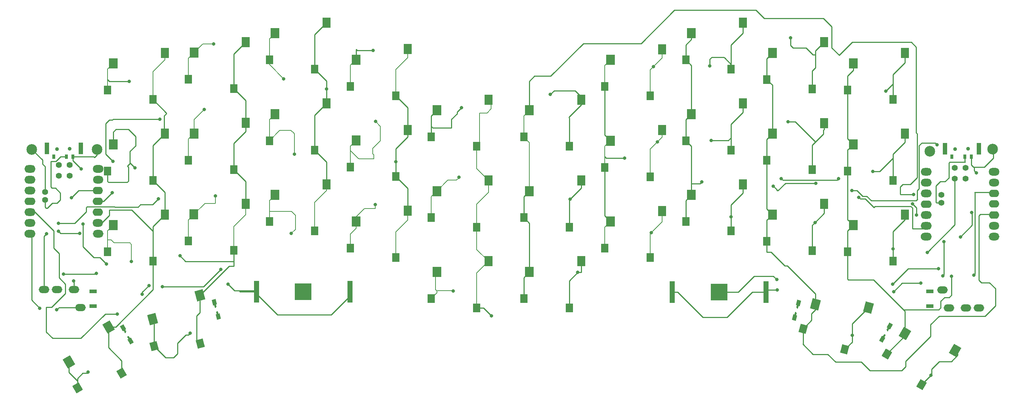
<source format=gbl>
G04 #@! TF.GenerationSoftware,KiCad,Pcbnew,(6.0.9)*
G04 #@! TF.CreationDate,2023-01-06T00:22:53-03:00*
G04 #@! TF.ProjectId,pulso - hybrid -rev2,70756c73-6f20-42d2-9068-796272696420,0.3*
G04 #@! TF.SameCoordinates,Original*
G04 #@! TF.FileFunction,Copper,L2,Bot*
G04 #@! TF.FilePolarity,Positive*
%FSLAX46Y46*%
G04 Gerber Fmt 4.6, Leading zero omitted, Abs format (unit mm)*
G04 Created by KiCad (PCBNEW (6.0.9)) date 2023-01-06 00:22:53*
%MOMM*%
%LPD*%
G01*
G04 APERTURE LIST*
G04 Aperture macros list*
%AMRotRect*
0 Rectangle, with rotation*
0 The origin of the aperture is its center*
0 $1 length*
0 $2 width*
0 $3 Rotation angle, in degrees counterclockwise*
0 Add horizontal line*
21,1,$1,$2,0,0,$3*%
%AMFreePoly0*
4,1,13,0.650001,0.228600,1.094000,0.228600,1.129355,0.213955,1.144000,0.178600,1.144000,-0.177000,1.129355,-0.212355,1.094000,-0.227000,0.650001,-0.227000,0.650000,-0.475000,-0.650000,-0.475000,-0.650000,0.475000,0.650000,0.475000,0.650001,0.228600,0.650001,0.228600,$1*%
%AMFreePoly1*
4,1,13,0.650000,-0.475000,-0.650000,-0.475000,-0.650000,-0.229000,-1.094000,-0.229000,-1.129356,-0.214355,-1.144000,-0.179000,-1.144000,0.176600,-1.129355,0.211955,-1.094000,0.226600,-0.650000,0.226599,-0.650000,0.475000,0.650000,0.475000,0.650000,-0.475000,0.650000,-0.475000,$1*%
G04 Aperture macros list end*
G04 #@! TA.AperFunction,SMDPad,CuDef*
%ADD10R,1.990000X2.470000*%
G04 #@! TD*
G04 #@! TA.AperFunction,SMDPad,CuDef*
%ADD11R,1.730000X2.000000*%
G04 #@! TD*
G04 #@! TA.AperFunction,SMDPad,CuDef*
%ADD12R,1.690000X2.020000*%
G04 #@! TD*
G04 #@! TA.AperFunction,SMDPad,CuDef*
%ADD13R,1.970000X2.460000*%
G04 #@! TD*
G04 #@! TA.AperFunction,ComponentPad*
%ADD14C,2.500000*%
G04 #@! TD*
G04 #@! TA.AperFunction,ComponentPad*
%ADD15O,2.590000X1.790000*%
G04 #@! TD*
G04 #@! TA.AperFunction,ComponentPad*
%ADD16O,2.580000X1.820000*%
G04 #@! TD*
G04 #@! TA.AperFunction,ComponentPad*
%ADD17O,2.580000X1.810000*%
G04 #@! TD*
G04 #@! TA.AperFunction,ComponentPad*
%ADD18O,2.580000X1.750000*%
G04 #@! TD*
G04 #@! TA.AperFunction,ComponentPad*
%ADD19O,2.590000X1.780000*%
G04 #@! TD*
G04 #@! TA.AperFunction,ComponentPad*
%ADD20O,2.580000X1.800000*%
G04 #@! TD*
G04 #@! TA.AperFunction,ComponentPad*
%ADD21O,2.580000X1.830000*%
G04 #@! TD*
G04 #@! TA.AperFunction,ComponentPad*
%ADD22O,2.490000X1.800000*%
G04 #@! TD*
G04 #@! TA.AperFunction,ComponentPad*
%ADD23O,2.470000X1.810000*%
G04 #@! TD*
G04 #@! TA.AperFunction,ComponentPad*
%ADD24O,2.450000X1.770000*%
G04 #@! TD*
G04 #@! TA.AperFunction,ComponentPad*
%ADD25O,2.450000X1.730000*%
G04 #@! TD*
G04 #@! TA.AperFunction,ComponentPad*
%ADD26O,2.430000X1.750000*%
G04 #@! TD*
G04 #@! TA.AperFunction,ComponentPad*
%ADD27O,2.480000X1.800000*%
G04 #@! TD*
G04 #@! TA.AperFunction,ComponentPad*
%ADD28O,2.490000X1.850000*%
G04 #@! TD*
G04 #@! TA.AperFunction,ComponentPad*
%ADD29C,1.397000*%
G04 #@! TD*
G04 #@! TA.AperFunction,SMDPad,CuDef*
%ADD30RotRect,1.990000X2.470000X150.000000*%
G04 #@! TD*
G04 #@! TA.AperFunction,SMDPad,CuDef*
%ADD31RotRect,1.730000X2.000000X150.000000*%
G04 #@! TD*
G04 #@! TA.AperFunction,SMDPad,CuDef*
%ADD32RotRect,1.970000X2.460000X150.000000*%
G04 #@! TD*
G04 #@! TA.AperFunction,SMDPad,CuDef*
%ADD33RotRect,1.690000X2.020000X150.000000*%
G04 #@! TD*
G04 #@! TA.AperFunction,SMDPad,CuDef*
%ADD34RotRect,1.990000X2.470000X165.000000*%
G04 #@! TD*
G04 #@! TA.AperFunction,SMDPad,CuDef*
%ADD35RotRect,1.730000X2.000000X165.000000*%
G04 #@! TD*
G04 #@! TA.AperFunction,SMDPad,CuDef*
%ADD36RotRect,1.970000X2.460000X165.000000*%
G04 #@! TD*
G04 #@! TA.AperFunction,SMDPad,CuDef*
%ADD37RotRect,1.690000X2.020000X165.000000*%
G04 #@! TD*
G04 #@! TA.AperFunction,ComponentPad*
%ADD38O,2.500000X1.700000*%
G04 #@! TD*
G04 #@! TA.AperFunction,SMDPad,CuDef*
%ADD39FreePoly0,240.000000*%
G04 #@! TD*
G04 #@! TA.AperFunction,ComponentPad*
%ADD40C,0.457200*%
G04 #@! TD*
G04 #@! TA.AperFunction,SMDPad,CuDef*
%ADD41FreePoly1,240.000000*%
G04 #@! TD*
G04 #@! TA.AperFunction,SMDPad,CuDef*
%ADD42FreePoly0,285.000000*%
G04 #@! TD*
G04 #@! TA.AperFunction,SMDPad,CuDef*
%ADD43FreePoly1,285.000000*%
G04 #@! TD*
G04 #@! TA.AperFunction,SMDPad,CuDef*
%ADD44FreePoly0,255.000000*%
G04 #@! TD*
G04 #@! TA.AperFunction,SMDPad,CuDef*
%ADD45FreePoly1,255.000000*%
G04 #@! TD*
G04 #@! TA.AperFunction,SMDPad,CuDef*
%ADD46FreePoly0,300.000000*%
G04 #@! TD*
G04 #@! TA.AperFunction,SMDPad,CuDef*
%ADD47FreePoly1,300.000000*%
G04 #@! TD*
G04 #@! TA.AperFunction,SMDPad,CuDef*
%ADD48R,1.700000X0.900000*%
G04 #@! TD*
G04 #@! TA.AperFunction,WasherPad*
%ADD49C,0.900000*%
G04 #@! TD*
G04 #@! TA.AperFunction,SMDPad,CuDef*
%ADD50R,0.700000X1.000000*%
G04 #@! TD*
G04 #@! TA.AperFunction,SMDPad,CuDef*
%ADD51R,1.000000X2.800000*%
G04 #@! TD*
G04 #@! TA.AperFunction,SMDPad,CuDef*
%ADD52R,1.270000X5.080000*%
G04 #@! TD*
G04 #@! TA.AperFunction,SMDPad,CuDef*
%ADD53R,3.960000X3.960000*%
G04 #@! TD*
G04 #@! TA.AperFunction,SMDPad,CuDef*
%ADD54RotRect,1.990000X2.470000X15.000000*%
G04 #@! TD*
G04 #@! TA.AperFunction,SMDPad,CuDef*
%ADD55RotRect,1.730000X2.000000X15.000000*%
G04 #@! TD*
G04 #@! TA.AperFunction,SMDPad,CuDef*
%ADD56RotRect,1.970000X2.460000X15.000000*%
G04 #@! TD*
G04 #@! TA.AperFunction,SMDPad,CuDef*
%ADD57RotRect,1.690000X2.020000X15.000000*%
G04 #@! TD*
G04 #@! TA.AperFunction,SMDPad,CuDef*
%ADD58RotRect,1.990000X2.470000X30.000000*%
G04 #@! TD*
G04 #@! TA.AperFunction,SMDPad,CuDef*
%ADD59RotRect,1.730000X2.000000X30.000000*%
G04 #@! TD*
G04 #@! TA.AperFunction,SMDPad,CuDef*
%ADD60RotRect,1.970000X2.460000X30.000000*%
G04 #@! TD*
G04 #@! TA.AperFunction,SMDPad,CuDef*
%ADD61RotRect,1.690000X2.020000X30.000000*%
G04 #@! TD*
G04 #@! TA.AperFunction,ViaPad*
%ADD62C,0.800000*%
G04 #@! TD*
G04 #@! TA.AperFunction,Conductor*
%ADD63C,0.250000*%
G04 #@! TD*
G04 #@! TA.AperFunction,Conductor*
%ADD64C,0.200000*%
G04 #@! TD*
G04 APERTURE END LIST*
D10*
X154980000Y-70170000D03*
D11*
X153660000Y-76425000D03*
D12*
X164320000Y-78635000D03*
D13*
X167110000Y-67675000D03*
D10*
X212005000Y-75695000D03*
D11*
X210685000Y-81950000D03*
D13*
X224135000Y-73200000D03*
D12*
X221345000Y-84160000D03*
D11*
X153660000Y-114425000D03*
D10*
X154980000Y-108170000D03*
D12*
X164320000Y-116635000D03*
D13*
X167110000Y-105675000D03*
D11*
X55975000Y-84433000D03*
D10*
X57295000Y-78178000D03*
D12*
X66635000Y-86643000D03*
D13*
X69425000Y-75683000D03*
D14*
X53500000Y-79400000D03*
D10*
X212005000Y-56695000D03*
D11*
X210685000Y-62950000D03*
D12*
X221345000Y-65160000D03*
D13*
X224135000Y-54200000D03*
D15*
X248060000Y-84625000D03*
D16*
X248065000Y-87180000D03*
D17*
X248065000Y-89715000D03*
D18*
X248065000Y-92225000D03*
D19*
X248060000Y-94780000D03*
D20*
X248065000Y-97330000D03*
D21*
X248065000Y-99885000D03*
D22*
X264040000Y-99870000D03*
D23*
X264030000Y-97335000D03*
D24*
X264020000Y-94775000D03*
D25*
X264020000Y-92215000D03*
D26*
X264010000Y-89685000D03*
D27*
X264035000Y-87170000D03*
D28*
X264040000Y-84655000D03*
D29*
X254805000Y-83678000D03*
X257345000Y-83678000D03*
X254805000Y-86218000D03*
X257345000Y-86218000D03*
X251630000Y-91933000D03*
X251630000Y-90028000D03*
D10*
X230960000Y-97178000D03*
D11*
X229640000Y-103433000D03*
D12*
X240300000Y-105643000D03*
D13*
X243090000Y-94683000D03*
D10*
X95275000Y-52070000D03*
D11*
X93955000Y-58325000D03*
D12*
X104615000Y-60535000D03*
D13*
X107405000Y-49575000D03*
D11*
X74955000Y-62893000D03*
D10*
X76275000Y-56638000D03*
D13*
X88405000Y-54143000D03*
D12*
X85615000Y-65103000D03*
D11*
X93955000Y-96325000D03*
D10*
X95275000Y-90070000D03*
D13*
X107405000Y-87575000D03*
D12*
X104615000Y-98535000D03*
D11*
X172662500Y-64587500D03*
D10*
X173982500Y-58332500D03*
D13*
X186112500Y-55837500D03*
D12*
X183322500Y-66797500D03*
D30*
X243097761Y-122693805D03*
D31*
X238827108Y-127450794D03*
D32*
X254850149Y-126598072D03*
D33*
X246953938Y-134694710D03*
D34*
X222132634Y-115812960D03*
D35*
X219238699Y-121513184D03*
D36*
X234495068Y-116542450D03*
D37*
X228963478Y-126406892D03*
D11*
X191660000Y-77325000D03*
D10*
X192980000Y-71070000D03*
D13*
X205110000Y-68575000D03*
D12*
X202320000Y-79535000D03*
D11*
X55975000Y-103433000D03*
D10*
X57295000Y-97178000D03*
D12*
X66635000Y-105643000D03*
D13*
X69425000Y-94683000D03*
D10*
X133275000Y-70170000D03*
D11*
X131955000Y-76425000D03*
D12*
X142615000Y-78635000D03*
D13*
X145405000Y-67675000D03*
D38*
X49600000Y-116525000D03*
X41100000Y-112325000D03*
X44100000Y-112325000D03*
X48100000Y-112325000D03*
D11*
X172662500Y-83587500D03*
D10*
X173982500Y-77332500D03*
D12*
X183322500Y-85797500D03*
D13*
X186112500Y-74837500D03*
D39*
X239562172Y-120913134D03*
D40*
X239011972Y-121866108D03*
D41*
X237787172Y-123987524D03*
D40*
X238337026Y-123034350D03*
D11*
X112955000Y-102550000D03*
D10*
X114275000Y-96295000D03*
D13*
X126405000Y-93800000D03*
D12*
X123615000Y-104760000D03*
D38*
X251925000Y-112450000D03*
X260425000Y-116650000D03*
X257425000Y-116650000D03*
X253425000Y-116650000D03*
D42*
X81040596Y-115285482D03*
D40*
X81325401Y-116348386D03*
X81674213Y-117651717D03*
D43*
X81959404Y-118714518D03*
D14*
X38225000Y-79350000D03*
D11*
X131955000Y-114425000D03*
D10*
X133275000Y-108170000D03*
D13*
X145405000Y-105675000D03*
D12*
X142615000Y-116635000D03*
D40*
X217818697Y-116554289D03*
D44*
X218103502Y-115491385D03*
D45*
X217184694Y-118920421D03*
D40*
X217469112Y-117857413D03*
D10*
X133275000Y-89170000D03*
D11*
X131955000Y-95425000D03*
D12*
X142615000Y-97635000D03*
D13*
X145405000Y-86675000D03*
D10*
X212005000Y-94695000D03*
D11*
X210685000Y-100950000D03*
D13*
X224135000Y-92200000D03*
D12*
X221345000Y-103160000D03*
D11*
X93955000Y-77325000D03*
D10*
X95275000Y-71070000D03*
D12*
X104615000Y-79535000D03*
D13*
X107405000Y-68575000D03*
D11*
X191660000Y-96325000D03*
D10*
X192980000Y-90070000D03*
D13*
X205110000Y-87575000D03*
D12*
X202320000Y-98535000D03*
D10*
X114275000Y-77295000D03*
D11*
X112955000Y-83550000D03*
D12*
X123615000Y-85760000D03*
D13*
X126405000Y-74800000D03*
D10*
X230960000Y-59178000D03*
D11*
X229640000Y-65433000D03*
D13*
X243090000Y-56683000D03*
D12*
X240300000Y-67643000D03*
D40*
X60162700Y-122290779D03*
D46*
X59612500Y-121337805D03*
D40*
X60836954Y-123459421D03*
D47*
X61387500Y-124412195D03*
D10*
X57295000Y-59178000D03*
D11*
X55975000Y-65433000D03*
D13*
X69425000Y-56683000D03*
D12*
X66635000Y-67643000D03*
D14*
X263700000Y-79325000D03*
D11*
X74955000Y-81893000D03*
D10*
X76275000Y-75638000D03*
D12*
X85615000Y-84103000D03*
D13*
X88405000Y-73143000D03*
D10*
X76230000Y-94645000D03*
D11*
X74910000Y-100900000D03*
D13*
X88360000Y-92150000D03*
D12*
X85570000Y-103110000D03*
D11*
X229640000Y-84433000D03*
D10*
X230960000Y-78178000D03*
D12*
X240300000Y-86643000D03*
D13*
X243090000Y-75683000D03*
D14*
X248925000Y-79800000D03*
D11*
X153660000Y-95425000D03*
D10*
X154980000Y-89170000D03*
D13*
X167110000Y-86675000D03*
D12*
X164320000Y-97635000D03*
D10*
X192980000Y-52070000D03*
D11*
X191660000Y-58325000D03*
D13*
X205110000Y-49575000D03*
D12*
X202320000Y-60535000D03*
D10*
X173982500Y-96332500D03*
D11*
X172662500Y-102587500D03*
D13*
X186112500Y-93837500D03*
D12*
X183322500Y-104797500D03*
D11*
X112955000Y-64550000D03*
D10*
X114275000Y-58295000D03*
D12*
X123615000Y-66760000D03*
D13*
X126405000Y-55800000D03*
D15*
X37760000Y-83949907D03*
D16*
X37765000Y-86504907D03*
D17*
X37765000Y-89039907D03*
D18*
X37765000Y-91549907D03*
D19*
X37760000Y-94104907D03*
D20*
X37765000Y-96654907D03*
D21*
X37765000Y-99209907D03*
D22*
X53740000Y-99194907D03*
D23*
X53730000Y-96659907D03*
D24*
X53720000Y-94099907D03*
D25*
X53720000Y-91539907D03*
D26*
X53710000Y-89009907D03*
D27*
X53735000Y-86494907D03*
D28*
X53740000Y-83979907D03*
D29*
X44505000Y-83002907D03*
X47045000Y-83002907D03*
X44505000Y-85542907D03*
X47045000Y-85542907D03*
X41330000Y-91257907D03*
X41330000Y-89352907D03*
D48*
X248914000Y-112783000D03*
X248914000Y-116183000D03*
D49*
X254875000Y-79280000D03*
X257875000Y-79230000D03*
D50*
X254125000Y-81080000D03*
X257125000Y-81080000D03*
X258625000Y-81080000D03*
D51*
X252525000Y-79180000D03*
X260475000Y-79180000D03*
D52*
X210485000Y-112950000D03*
X188515000Y-112950000D03*
D53*
X199500000Y-112950000D03*
D49*
X44100000Y-79275000D03*
X47100000Y-79225000D03*
D50*
X43350000Y-81075000D03*
X46350000Y-81075000D03*
X47850000Y-81075000D03*
D51*
X49700000Y-79175000D03*
X41750000Y-79175000D03*
D54*
X66555893Y-119257841D03*
D55*
X66899784Y-125641348D03*
D56*
X77626820Y-113708381D03*
D57*
X77768543Y-125017033D03*
D58*
X46937761Y-129338805D03*
D59*
X48922108Y-135415794D03*
D60*
X56195149Y-121113072D03*
D61*
X59258938Y-131999710D03*
D52*
X90915000Y-112800000D03*
X112885000Y-112800000D03*
D53*
X101900000Y-112800000D03*
D48*
X52629000Y-112783000D03*
X52629000Y-116183000D03*
D62*
X159900000Y-66450000D03*
X184050000Y-59950000D03*
X197300000Y-59775000D03*
X216250000Y-53125000D03*
X238575000Y-65675000D03*
X164487500Y-91112500D03*
X185037500Y-77587500D03*
X197625000Y-77275000D03*
X215625000Y-72875000D03*
X235575000Y-84550000D03*
X166275000Y-108300000D03*
X183575000Y-98975000D03*
X202320000Y-95220000D03*
X221975000Y-96575000D03*
X240300000Y-102775000D03*
X230700000Y-123050000D03*
X249149324Y-132499324D03*
X139000000Y-69600000D03*
X118250000Y-56100000D03*
X97325000Y-62800000D03*
X80875000Y-54575000D03*
X61025000Y-63425000D03*
X138400000Y-85900000D03*
X118850000Y-72800000D03*
X99850000Y-80475000D03*
X78650000Y-70025000D03*
X62400000Y-83675000D03*
X65675000Y-111375000D03*
X64125000Y-113400000D03*
X137125000Y-112650000D03*
X118825000Y-92325000D03*
X99100000Y-99150000D03*
X81250000Y-90300000D03*
X61525000Y-105700000D03*
X75350000Y-122575000D03*
X51425000Y-131700000D03*
X259850000Y-84900000D03*
X213125000Y-112425000D03*
X240425000Y-112800000D03*
X258750000Y-94175000D03*
X246800000Y-110825000D03*
X256125000Y-99925000D03*
X55700000Y-106325000D03*
X49825000Y-84000000D03*
X50200000Y-96900000D03*
X84225000Y-111050000D03*
X248325000Y-103600000D03*
X240225000Y-111050000D03*
X250925000Y-107450000D03*
X213000000Y-109975000D03*
X245125000Y-89975000D03*
X245800000Y-94825000D03*
X244842563Y-92151904D03*
X214075000Y-86250000D03*
X232250000Y-90625000D03*
X227550000Y-86225000D03*
X177300000Y-81425000D03*
X212225000Y-88000000D03*
X222150000Y-87349500D03*
X230600000Y-89025000D03*
X195450000Y-87050000D03*
X250650000Y-78300000D03*
X254025000Y-109150000D03*
X146075000Y-118525000D03*
X58250000Y-118100000D03*
X82550000Y-107600000D03*
X68825000Y-111650000D03*
X67925000Y-91000000D03*
X123615000Y-82240000D03*
X44500000Y-96750000D03*
X57100000Y-89550000D03*
X57225000Y-82200000D03*
X68275000Y-72250000D03*
X107405000Y-65180000D03*
X73000000Y-104400000D03*
X259250000Y-108950000D03*
X252000000Y-109100000D03*
X252225000Y-101100000D03*
X44500000Y-98650000D03*
X49475000Y-99125000D03*
X41700000Y-99225000D03*
X44075000Y-117075000D03*
X40075000Y-116700000D03*
X47525000Y-90700000D03*
X48025000Y-110250000D03*
X53325000Y-108525000D03*
X45650000Y-108725000D03*
D63*
X164250000Y-71750000D02*
X167110000Y-68890000D01*
X167110000Y-68890000D02*
X167110000Y-67675000D01*
X167110000Y-67675000D02*
X167110000Y-67010000D01*
X164320000Y-71995000D02*
X164250000Y-71925000D01*
X165700000Y-65600000D02*
X160750000Y-65600000D01*
X164320000Y-78635000D02*
X164320000Y-71995000D01*
X167110000Y-67010000D02*
X165700000Y-65600000D01*
X164250000Y-71925000D02*
X164250000Y-71750000D01*
X160750000Y-65600000D02*
X159900000Y-66450000D01*
D64*
X183322500Y-66797500D02*
X183322500Y-60677500D01*
X184050000Y-59950000D02*
X186112500Y-57887500D01*
X186112500Y-57887500D02*
X186112500Y-55837500D01*
X183322500Y-60677500D02*
X184050000Y-59950000D01*
D63*
X202320000Y-54855000D02*
X202320000Y-60535000D01*
X205110000Y-52065000D02*
X202320000Y-54855000D01*
X202320000Y-60535000D02*
X202320000Y-59395000D01*
X197300000Y-58175000D02*
X197300000Y-59775000D01*
X200600000Y-57675000D02*
X197800000Y-57675000D01*
X205110000Y-49575000D02*
X205110000Y-52065000D01*
X197800000Y-57675000D02*
X197300000Y-58175000D01*
X202320000Y-59395000D02*
X200850000Y-57925000D01*
X200850000Y-57925000D02*
X200600000Y-57675000D01*
X222125000Y-56210000D02*
X224135000Y-54200000D01*
X216250000Y-54900000D02*
X216250000Y-53125000D01*
X216850000Y-55500000D02*
X216250000Y-54900000D01*
X221345000Y-60930000D02*
X222125000Y-60150000D01*
X221518348Y-57150000D02*
X219868348Y-55500000D01*
X219868348Y-55500000D02*
X216850000Y-55500000D01*
X222125000Y-57150000D02*
X222125000Y-56210000D01*
X222125000Y-60150000D02*
X222125000Y-57150000D01*
X221345000Y-65160000D02*
X221345000Y-60930000D01*
X222125000Y-57150000D02*
X221518348Y-57150000D01*
X240300000Y-63950000D02*
X240300000Y-61875000D01*
X243090000Y-58985000D02*
X243090000Y-56683000D01*
X238575000Y-65675000D02*
X240300000Y-63950000D01*
X240300000Y-61875000D02*
X240300000Y-61775000D01*
X240300000Y-61775000D02*
X243090000Y-58985000D01*
X240300000Y-67643000D02*
X240300000Y-61875000D01*
X164320000Y-91280000D02*
X164487500Y-91112500D01*
X164487500Y-91112500D02*
X167110000Y-88490000D01*
X164320000Y-97635000D02*
X164320000Y-91280000D01*
X167110000Y-88490000D02*
X167110000Y-86675000D01*
D64*
X185037500Y-77587500D02*
X186112500Y-76512500D01*
X183322500Y-79302500D02*
X185037500Y-77587500D01*
X186112500Y-76512500D02*
X186112500Y-74837500D01*
X183322500Y-85797500D02*
X183322500Y-79302500D01*
D63*
X205110000Y-68575000D02*
X205110000Y-70690000D01*
X202320000Y-76620000D02*
X202320000Y-79535000D01*
X202320000Y-73480000D02*
X202320000Y-76620000D01*
X201665000Y-77275000D02*
X202320000Y-76620000D01*
X197625000Y-77275000D02*
X201665000Y-77275000D01*
X205110000Y-70690000D02*
X202320000Y-73480000D01*
X217375000Y-72875000D02*
X222100000Y-77600000D01*
X221345000Y-78355000D02*
X222100000Y-77600000D01*
X223975000Y-74850000D02*
X224135000Y-74690000D01*
X215625000Y-72875000D02*
X217375000Y-72875000D01*
X222100000Y-77600000D02*
X223975000Y-75725000D01*
X223975000Y-75725000D02*
X223975000Y-74850000D01*
X221345000Y-84160000D02*
X221345000Y-78355000D01*
X224135000Y-74690000D02*
X224135000Y-73200000D01*
X240300000Y-86643000D02*
X240300000Y-80775000D01*
X243090000Y-77735000D02*
X243090000Y-75683000D01*
X237146759Y-84550000D02*
X240300000Y-81396759D01*
X240300000Y-81396759D02*
X240300000Y-80775000D01*
X240300000Y-80775000D02*
X240300000Y-80525000D01*
X240300000Y-80525000D02*
X243090000Y-77735000D01*
X235575000Y-84550000D02*
X237146759Y-84550000D01*
X167075000Y-108300000D02*
X167110000Y-108265000D01*
X166275000Y-108300000D02*
X167075000Y-108300000D01*
X164320000Y-116635000D02*
X164320000Y-110255000D01*
X167110000Y-108265000D02*
X167110000Y-105675000D01*
X164320000Y-110255000D02*
X166275000Y-108300000D01*
D64*
X186112500Y-96437500D02*
X186112500Y-93837500D01*
X183322500Y-104797500D02*
X183322500Y-99227500D01*
X183322500Y-99227500D02*
X183575000Y-98975000D01*
X183575000Y-98975000D02*
X186112500Y-96437500D01*
D63*
X202320000Y-92455000D02*
X205110000Y-89665000D01*
X202320000Y-98535000D02*
X202320000Y-95220000D01*
X205110000Y-89665000D02*
X205110000Y-87575000D01*
X202320000Y-95220000D02*
X202320000Y-92455000D01*
X221345000Y-97205000D02*
X221975000Y-96575000D01*
X221345000Y-103160000D02*
X221345000Y-97205000D01*
X221975000Y-96575000D02*
X224135000Y-94415000D01*
X224135000Y-94415000D02*
X224135000Y-92200000D01*
X243090000Y-94683000D02*
X243090000Y-95910000D01*
X243090000Y-95910000D02*
X240300000Y-98700000D01*
X240300000Y-98700000D02*
X240300000Y-102775000D01*
X240300000Y-102775000D02*
X240300000Y-105643000D01*
X230700000Y-123050000D02*
X230700000Y-120337518D01*
X228963478Y-126406892D02*
X230700000Y-124670370D01*
X230700000Y-124670370D02*
X230700000Y-123050000D01*
X230700000Y-120337518D02*
X234495068Y-116542450D01*
X249350000Y-132298648D02*
X249350000Y-131050000D01*
X249149324Y-132499324D02*
X249350000Y-132298648D01*
X255475000Y-127750000D02*
X255475000Y-127475000D01*
X249350000Y-131050000D02*
X251150000Y-129250000D01*
X253975000Y-129250000D02*
X255475000Y-127750000D01*
X246953938Y-134694710D02*
X249149324Y-132499324D01*
X251150000Y-129250000D02*
X253975000Y-129250000D01*
X132325000Y-74325000D02*
X131955000Y-73955000D01*
X131955000Y-73955000D02*
X131955000Y-71490000D01*
X131955000Y-71490000D02*
X133275000Y-70170000D01*
X131955000Y-76425000D02*
X131955000Y-73955000D01*
X138000000Y-70600000D02*
X138000000Y-70975000D01*
X136700000Y-74325000D02*
X132325000Y-74325000D01*
X136700000Y-72275000D02*
X136700000Y-74325000D01*
X138000000Y-70975000D02*
X136700000Y-72275000D01*
X139000000Y-69600000D02*
X138000000Y-70600000D01*
D64*
X112955000Y-59615000D02*
X114275000Y-58295000D01*
D63*
X114350000Y-55875000D02*
X114275000Y-55950000D01*
D64*
X112955000Y-64550000D02*
X112955000Y-59615000D01*
D63*
X114575000Y-56100000D02*
X114350000Y-55875000D01*
X118250000Y-56100000D02*
X114575000Y-56100000D01*
X114275000Y-55950000D02*
X114275000Y-58295000D01*
D64*
X93955000Y-58325000D02*
X93955000Y-59430000D01*
X93955000Y-53390000D02*
X95275000Y-52070000D01*
X93955000Y-58325000D02*
X93955000Y-53390000D01*
X93955000Y-59430000D02*
X97325000Y-62800000D01*
X76275000Y-56638000D02*
X78338000Y-54575000D01*
X74955000Y-57958000D02*
X76275000Y-56638000D01*
X78338000Y-54575000D02*
X80875000Y-54575000D01*
X74955000Y-62893000D02*
X74955000Y-57958000D01*
D63*
X56400000Y-63425000D02*
X55975000Y-63000000D01*
D64*
X55975000Y-65433000D02*
X55975000Y-63000000D01*
X55975000Y-63000000D02*
X55975000Y-60498000D01*
D63*
X61025000Y-63425000D02*
X56400000Y-63425000D01*
D64*
X55975000Y-60498000D02*
X57295000Y-59178000D01*
X131955000Y-90490000D02*
X133275000Y-89170000D01*
X133275000Y-89170000D02*
X135820000Y-86625000D01*
X131955000Y-95425000D02*
X131955000Y-90490000D01*
X137825000Y-86625000D02*
X138400000Y-86050000D01*
X135820000Y-86625000D02*
X137825000Y-86625000D01*
X138400000Y-86050000D02*
X138400000Y-85900000D01*
X112955000Y-78845000D02*
X112955000Y-79630000D01*
X120000000Y-73950000D02*
X118850000Y-72800000D01*
X118175000Y-80375000D02*
X118175000Y-79150000D01*
X118500000Y-80700000D02*
X118175000Y-80375000D01*
X112955000Y-78845000D02*
X112955000Y-78615000D01*
X112955000Y-78615000D02*
X114275000Y-77295000D01*
X112955000Y-79630000D02*
X114725000Y-81400000D01*
X118175000Y-79150000D02*
X119525000Y-77800000D01*
X120000000Y-76250000D02*
X120000000Y-73950000D01*
X118500000Y-81625000D02*
X118500000Y-80700000D01*
X119525000Y-77800000D02*
X120000000Y-77325000D01*
X112955000Y-83550000D02*
X112955000Y-78845000D01*
X114950000Y-81625000D02*
X118500000Y-81625000D01*
X114725000Y-81400000D02*
X114950000Y-81625000D01*
X120000000Y-77325000D02*
X120000000Y-76250000D01*
X99025001Y-74925001D02*
X99625000Y-75525000D01*
X93955000Y-77325000D02*
X93955000Y-72390000D01*
X93955000Y-72390000D02*
X95275000Y-71070000D01*
X99850000Y-75750000D02*
X99850000Y-80475000D01*
X99625000Y-75525000D02*
X99850000Y-75750000D01*
X93955000Y-77325000D02*
X96354999Y-74925001D01*
X96354999Y-74925001D02*
X99025001Y-74925001D01*
X74955000Y-76958000D02*
X76275000Y-75638000D01*
X74955000Y-81893000D02*
X74955000Y-76958000D01*
X76275000Y-72400000D02*
X78650000Y-70025000D01*
X76275000Y-75638000D02*
X76275000Y-72400000D01*
D63*
X55975000Y-86900000D02*
X56200000Y-87125000D01*
X61245000Y-82520000D02*
X61245000Y-79830000D01*
X62575000Y-76335000D02*
X60890000Y-74650000D01*
X60890000Y-74650000D02*
X57950000Y-74650000D01*
X57295000Y-75305000D02*
X57295000Y-78178000D01*
X55975000Y-84433000D02*
X55975000Y-86900000D01*
X60900000Y-83500000D02*
X60662500Y-83262500D01*
X60900000Y-86800000D02*
X60900000Y-83500000D01*
X60662500Y-83262500D02*
X61245000Y-82680000D01*
X60575000Y-87125000D02*
X60900000Y-86800000D01*
X61245000Y-79830000D02*
X62575000Y-78500000D01*
X62400000Y-83675000D02*
X61245000Y-82520000D01*
X62575000Y-78500000D02*
X62575000Y-76335000D01*
X56200000Y-87125000D02*
X60575000Y-87125000D01*
X57950000Y-74650000D02*
X57295000Y-75305000D01*
X64125000Y-113400000D02*
X64125000Y-112925000D01*
X64125000Y-112925000D02*
X65675000Y-111375000D01*
D64*
X133275000Y-112650000D02*
X133275000Y-113105000D01*
X133275000Y-108170000D02*
X132950000Y-108495000D01*
X132950000Y-112325000D02*
X133275000Y-112650000D01*
X133350001Y-112574999D02*
X137049999Y-112574999D01*
X132950000Y-108495000D02*
X132950000Y-112325000D01*
X137049999Y-112574999D02*
X137125000Y-112650000D01*
X133275000Y-112650000D02*
X133350001Y-112574999D01*
X133275000Y-113105000D02*
X131955000Y-114425000D01*
X112955000Y-99270000D02*
X112955000Y-102550000D01*
X114275000Y-95200000D02*
X116225000Y-93250000D01*
X114275000Y-96295000D02*
X114275000Y-97950000D01*
X116225000Y-93250000D02*
X118775000Y-93250000D01*
X114275000Y-96295000D02*
X114275000Y-95200000D01*
X118825000Y-93300000D02*
X118825000Y-92325000D01*
X114275000Y-97950000D02*
X112955000Y-99270000D01*
X118775000Y-93250000D02*
X118825000Y-93300000D01*
X93955000Y-96325000D02*
X93955000Y-93930000D01*
X93955000Y-91390000D02*
X95275000Y-90070000D01*
X93955000Y-93930000D02*
X93955000Y-91390000D01*
X99130000Y-93930000D02*
X100100000Y-94900000D01*
X93955000Y-93930000D02*
X99130000Y-93930000D01*
X100100000Y-94900000D02*
X100100000Y-98150000D01*
X100100000Y-98150000D02*
X99100000Y-99150000D01*
X81250000Y-92000000D02*
X81250000Y-90300000D01*
X78800000Y-92075000D02*
X81175000Y-92075000D01*
X74910000Y-100900000D02*
X74910000Y-95965000D01*
X74910000Y-95965000D02*
X76230000Y-94645000D01*
X76230000Y-94645000D02*
X78800000Y-92075000D01*
X81175000Y-92075000D02*
X81250000Y-92000000D01*
X55975000Y-100675000D02*
X55975000Y-98498000D01*
X55975000Y-103433000D02*
X55975000Y-100675000D01*
X61200000Y-101300000D02*
X61600000Y-101700000D01*
X55975000Y-100675000D02*
X56850000Y-100675000D01*
X57475000Y-101300000D02*
X61200000Y-101300000D01*
X61600000Y-105625000D02*
X61525000Y-105700000D01*
X61600000Y-101700000D02*
X61600000Y-105625000D01*
X55975000Y-98498000D02*
X57295000Y-97178000D01*
X56850000Y-100675000D02*
X57475000Y-101300000D01*
D63*
X66899784Y-119601732D02*
X66555893Y-119257841D01*
X66899784Y-125641348D02*
X66899784Y-119601732D01*
X72425000Y-124950000D02*
X74387500Y-122987500D01*
X66899784Y-125641348D02*
X69583436Y-128325000D01*
X72425000Y-127400000D02*
X72425000Y-124950000D01*
X74387500Y-122987500D02*
X74937500Y-122987500D01*
X74937500Y-122987500D02*
X75350000Y-122575000D01*
X69583436Y-128325000D02*
X71500000Y-128325000D01*
X71500000Y-128325000D02*
X72425000Y-127400000D01*
X50130099Y-131994901D02*
X51130099Y-131994901D01*
X48922108Y-134052892D02*
X48922108Y-133797108D01*
X48922108Y-133202892D02*
X50130099Y-131994901D01*
X51130099Y-131994901D02*
X51425000Y-131700000D01*
X46937761Y-131812761D02*
X46937761Y-129338805D01*
X48922108Y-134052892D02*
X48922108Y-133202892D01*
X48922108Y-133797108D02*
X46937761Y-131812761D01*
X48922108Y-135415794D02*
X48922108Y-134052892D01*
X263850000Y-81125000D02*
X263850000Y-80250000D01*
X213125000Y-112425000D02*
X213100000Y-112450000D01*
X189750000Y-112950000D02*
X195650000Y-118850000D01*
X211750000Y-112450000D02*
X210985000Y-112450000D01*
X259325000Y-83575000D02*
X261700000Y-83575000D01*
X258625000Y-83000000D02*
X259200000Y-83575000D01*
X259850000Y-84900000D02*
X259325000Y-84375000D01*
X201375000Y-118850000D02*
X207275000Y-112950000D01*
X263850000Y-81425000D02*
X263850000Y-81125000D01*
X263850000Y-81125000D02*
X263850000Y-79475000D01*
X213100000Y-112450000D02*
X211750000Y-112450000D01*
X188515000Y-112950000D02*
X189750000Y-112950000D01*
X211750000Y-112450000D02*
X210510000Y-112450000D01*
X263275000Y-82000000D02*
X263850000Y-81425000D01*
X258850000Y-94275000D02*
X258750000Y-94175000D01*
X259325000Y-84375000D02*
X259325000Y-83575000D01*
X259200000Y-83575000D02*
X259325000Y-83575000D01*
X258625000Y-81080000D02*
X258625000Y-83000000D01*
X207275000Y-112950000D02*
X210485000Y-112950000D01*
X263850000Y-79475000D02*
X263700000Y-79325000D01*
X210985000Y-112450000D02*
X210485000Y-112950000D01*
X242400000Y-110825000D02*
X240425000Y-112800000D01*
X256125000Y-99925000D02*
X258850000Y-97200000D01*
X261700000Y-83575000D02*
X263275000Y-82000000D01*
X258850000Y-97200000D02*
X258850000Y-94275000D01*
X246800000Y-110825000D02*
X242400000Y-110825000D01*
X195650000Y-118850000D02*
X201375000Y-118850000D01*
X263850000Y-80250000D02*
X263850000Y-79050000D01*
X54175000Y-104800000D02*
X52750000Y-104800000D01*
X47850000Y-82025000D02*
X47850000Y-81075000D01*
X52700000Y-81075000D02*
X47850000Y-81075000D01*
X112885000Y-113890000D02*
X112885000Y-112800000D01*
X87075000Y-112800000D02*
X90915000Y-112800000D01*
X86850000Y-112575000D02*
X85750000Y-112575000D01*
X52900000Y-81275000D02*
X52700000Y-81075000D01*
X90540000Y-112575000D02*
X86850000Y-112575000D01*
X86850000Y-112575000D02*
X87075000Y-112800000D01*
X95875000Y-118275000D02*
X108500000Y-118275000D01*
X49825000Y-84000000D02*
X47850000Y-82025000D01*
X55700000Y-106325000D02*
X54175000Y-104800000D01*
X90915000Y-112800000D02*
X90915000Y-113315000D01*
X90915000Y-113315000D02*
X95875000Y-118275000D01*
X85750000Y-112575000D02*
X84225000Y-111050000D01*
X108500000Y-118275000D02*
X112885000Y-113890000D01*
X53500000Y-79400000D02*
X53500000Y-80675000D01*
X52750000Y-104800000D02*
X50200000Y-102250000D01*
X53500000Y-80675000D02*
X52900000Y-81275000D01*
X50200000Y-102250000D02*
X50200000Y-96900000D01*
X250508000Y-91933000D02*
X250375000Y-91800000D01*
X253375000Y-82600000D02*
X253600000Y-82375000D01*
X253600000Y-82375000D02*
X257225000Y-82375000D01*
X257225000Y-82375000D02*
X257125000Y-82275000D01*
X252525000Y-86950000D02*
X253375000Y-86100000D01*
X251630000Y-91933000D02*
X250508000Y-91933000D01*
X257125000Y-82275000D02*
X257125000Y-81080000D01*
X253375000Y-86100000D02*
X253375000Y-82600000D01*
X251400000Y-86950000D02*
X252525000Y-86950000D01*
X250375000Y-87975000D02*
X251400000Y-86950000D01*
X250375000Y-91800000D02*
X250375000Y-87975000D01*
X248325000Y-103600000D02*
X254805000Y-97120000D01*
X254805000Y-97120000D02*
X254805000Y-86218000D01*
X203950000Y-112950000D02*
X207725000Y-109175000D01*
X240225000Y-111050000D02*
X243825000Y-107450000D01*
X243825000Y-107450000D02*
X250925000Y-107450000D01*
X207725000Y-109175000D02*
X212200000Y-109175000D01*
X212200000Y-109175000D02*
X213000000Y-109975000D01*
X199500000Y-112950000D02*
X203950000Y-112950000D01*
X154980000Y-108170000D02*
X154980000Y-96745000D01*
D64*
X154980000Y-89170000D02*
X154980000Y-77745000D01*
D63*
X245800000Y-93109341D02*
X244842563Y-92151904D01*
X153660000Y-109490000D02*
X154980000Y-108170000D01*
X223975000Y-48600000D02*
X210075000Y-48600000D01*
X153660000Y-90490000D02*
X154980000Y-89170000D01*
X227650000Y-57225000D02*
X225900000Y-55475000D01*
X245800000Y-94825000D02*
X245800000Y-93109341D01*
X154980000Y-96745000D02*
X153660000Y-95425000D01*
X244375000Y-87575000D02*
X242600000Y-87575000D01*
X245975000Y-85975000D02*
X244375000Y-87575000D01*
X242075000Y-89975000D02*
X245125000Y-89975000D01*
X153660000Y-95425000D02*
X153660000Y-90490000D01*
X153660000Y-114425000D02*
X153660000Y-109490000D01*
X245975000Y-85975000D02*
X245975000Y-75703000D01*
X210075000Y-48600000D02*
X208125000Y-46650000D01*
X242600000Y-87575000D02*
X242000000Y-88175000D01*
X181175000Y-54475000D02*
X167625000Y-54475000D01*
X242000000Y-88175000D02*
X242000000Y-89900000D01*
X230700000Y-54175000D02*
X227650000Y-57225000D01*
X225900000Y-55475000D02*
X225900000Y-50525000D01*
X245750000Y-75478000D02*
X245750000Y-55350000D01*
X245750000Y-55350000D02*
X244575000Y-54175000D01*
D64*
X153660000Y-76425000D02*
X153660000Y-71490000D01*
D63*
X244575000Y-54175000D02*
X230700000Y-54175000D01*
X156175000Y-62150000D02*
X154980000Y-63345000D01*
X245975000Y-75703000D02*
X245750000Y-75478000D01*
X159950000Y-62150000D02*
X156175000Y-62150000D01*
X208125000Y-46650000D02*
X189000000Y-46650000D01*
X154980000Y-63345000D02*
X154980000Y-70170000D01*
X189000000Y-46650000D02*
X181175000Y-54475000D01*
X225900000Y-50525000D02*
X223975000Y-48600000D01*
X242000000Y-89900000D02*
X242075000Y-89975000D01*
D64*
X153660000Y-71490000D02*
X154980000Y-70170000D01*
X154980000Y-77745000D02*
X153660000Y-76425000D01*
D63*
X167625000Y-54475000D02*
X159950000Y-62150000D01*
X232650000Y-91025000D02*
X232250000Y-90625000D01*
X214075000Y-86250000D02*
X214450000Y-86625000D01*
X248455000Y-97330000D02*
X247785000Y-98000000D01*
X177300000Y-81425000D02*
X172975000Y-81425000D01*
X214450000Y-86625000D02*
X227150000Y-86625000D01*
X247785000Y-98000000D02*
X244825000Y-98000000D01*
D64*
X172662500Y-64587500D02*
X172662500Y-59652500D01*
D63*
X227150000Y-86625000D02*
X227550000Y-86225000D01*
D64*
X172662500Y-83587500D02*
X172662500Y-81112500D01*
D63*
X235775000Y-93050000D02*
X233750000Y-91025000D01*
X172975000Y-81425000D02*
X172662500Y-81112500D01*
X236047001Y-92777999D02*
X235775000Y-93050000D01*
X233750000Y-91025000D02*
X232650000Y-91025000D01*
X172660000Y-64550000D02*
X172660000Y-75975000D01*
X172660000Y-94975000D02*
X173980000Y-96295000D01*
D64*
X172662500Y-78652500D02*
X173982500Y-77332500D01*
X172662500Y-81112500D02*
X172662500Y-78652500D01*
D63*
X244825000Y-93125000D02*
X244477999Y-92777999D01*
D64*
X172662500Y-102587500D02*
X172662500Y-97652500D01*
D63*
X172660000Y-75975000D02*
X173980000Y-77295000D01*
D64*
X172662500Y-59652500D02*
X173982500Y-58332500D01*
D63*
X244825000Y-98000000D02*
X244825000Y-93125000D01*
X244477999Y-92777999D02*
X236047001Y-92777999D01*
D64*
X172662500Y-97652500D02*
X173982500Y-96332500D01*
D63*
X172660000Y-83550000D02*
X172660000Y-94975000D01*
X250175000Y-77825000D02*
X250650000Y-78300000D01*
X230600000Y-89025000D02*
X230625000Y-89000000D01*
X213050000Y-89050000D02*
X213050000Y-88825000D01*
X247075000Y-77825000D02*
X250175000Y-77825000D01*
X191660000Y-91390000D02*
X192980000Y-90070000D01*
X191660000Y-77325000D02*
X191660000Y-72390000D01*
X245700000Y-91425000D02*
X246025000Y-91100000D01*
X191660000Y-54840000D02*
X191660000Y-58325000D01*
X192980000Y-53520000D02*
X191660000Y-54840000D01*
X191660000Y-72390000D02*
X192980000Y-71070000D01*
X245975000Y-89075000D02*
X246425000Y-88625000D01*
X215025500Y-87349500D02*
X215025000Y-87350000D01*
X231800000Y-89000000D02*
X233175000Y-90375000D01*
X192980000Y-59645000D02*
X191660000Y-58325000D01*
X192980000Y-78645000D02*
X191660000Y-77325000D01*
X246425000Y-78475000D02*
X247075000Y-77825000D01*
X192980000Y-90070000D02*
X192980000Y-87470000D01*
X195030000Y-87470000D02*
X192980000Y-87470000D01*
X246025000Y-91100000D02*
X245975000Y-91050000D01*
X233175000Y-90375000D02*
X234150000Y-90375000D01*
X192980000Y-71070000D02*
X192980000Y-59645000D01*
X192980000Y-87470000D02*
X192980000Y-78645000D01*
X195450000Y-87050000D02*
X195030000Y-87470000D01*
X235200000Y-91425000D02*
X245700000Y-91425000D01*
X245975000Y-91050000D02*
X245975000Y-89075000D01*
X222150000Y-87349500D02*
X215025500Y-87349500D01*
X192980000Y-52070000D02*
X192980000Y-53520000D01*
X230625000Y-89000000D02*
X231800000Y-89000000D01*
X234150000Y-90375000D02*
X235200000Y-91425000D01*
X191660000Y-96325000D02*
X191660000Y-91390000D01*
X213050000Y-88825000D02*
X212225000Y-88000000D01*
X215025000Y-87350000D02*
X213325000Y-89050000D01*
X246425000Y-88625000D02*
X246425000Y-78475000D01*
X213325000Y-89050000D02*
X213050000Y-89050000D01*
X219100000Y-125125000D02*
X219238699Y-124986301D01*
X210685000Y-100950000D02*
X210685000Y-103515000D01*
X210685000Y-81950000D02*
X210685000Y-93375000D01*
X221500000Y-127525000D02*
X219100000Y-125125000D01*
X225000000Y-127525000D02*
X221500000Y-127525000D01*
X215525000Y-106725000D02*
X222132634Y-113332634D01*
X260425000Y-95000000D02*
X260425000Y-110125000D01*
X264325000Y-112100000D02*
X264325000Y-116100000D01*
X251125000Y-118575000D02*
X249122620Y-120577380D01*
X263695000Y-94790000D02*
X263555000Y-94650000D01*
X210685000Y-81950000D02*
X210685000Y-77015000D01*
X210685000Y-100950000D02*
X210685000Y-96015000D01*
X243269874Y-129175367D02*
X243269874Y-130455126D01*
X221200000Y-118025000D02*
X222132634Y-117092366D01*
X249122620Y-123322620D02*
X243269874Y-129175367D01*
X222132634Y-113332634D02*
X222132634Y-115812960D01*
X219238699Y-121513184D02*
X221200000Y-119551883D01*
X260425000Y-110125000D02*
X261000000Y-110700000D01*
X219238699Y-124986301D02*
X219238699Y-121513184D01*
X210685000Y-62950000D02*
X210685000Y-58015000D01*
X262925000Y-110700000D02*
X264325000Y-112100000D01*
X264325000Y-116100000D02*
X261850000Y-118575000D01*
X263555000Y-94650000D02*
X260775000Y-94650000D01*
X211690000Y-103515000D02*
X214900000Y-106725000D01*
X221200000Y-119551883D02*
X221200000Y-118025000D01*
X234875000Y-131375000D02*
X232850000Y-129350000D01*
X210685000Y-77015000D02*
X212005000Y-75695000D01*
X212005000Y-75695000D02*
X212005000Y-64270000D01*
X261000000Y-110700000D02*
X262925000Y-110700000D01*
X210685000Y-96015000D02*
X212005000Y-94695000D01*
X214900000Y-106725000D02*
X215525000Y-106725000D01*
X210685000Y-93375000D02*
X212005000Y-94695000D01*
X232850000Y-129350000D02*
X226825000Y-129350000D01*
X243269874Y-130455126D02*
X242350000Y-131375000D01*
X249122620Y-120577380D02*
X249122620Y-123322620D01*
X210685000Y-58015000D02*
X212005000Y-56695000D01*
X242350000Y-131375000D02*
X234875000Y-131375000D01*
X261850000Y-118575000D02*
X251125000Y-118575000D01*
X222132634Y-117092366D02*
X222132634Y-115812960D01*
X226825000Y-129350000D02*
X225000000Y-127525000D01*
X210685000Y-103515000D02*
X211690000Y-103515000D01*
X260775000Y-94650000D02*
X260425000Y-95000000D01*
X212005000Y-64270000D02*
X210685000Y-62950000D01*
X243097761Y-117422761D02*
X242725000Y-117050000D01*
X253475000Y-114150000D02*
X254025000Y-113600000D01*
X242725000Y-117050000D02*
X235700000Y-110025000D01*
X235700000Y-110025000D02*
X229825000Y-110025000D01*
X229640000Y-84433000D02*
X229640000Y-95858000D01*
X252375000Y-114150000D02*
X253475000Y-114150000D01*
X243097761Y-123180141D02*
X243097761Y-122693805D01*
X251500000Y-116584010D02*
X251500000Y-115025000D01*
X254025000Y-113600000D02*
X254025000Y-109150000D01*
X238827108Y-127450794D02*
X243097761Y-123180141D01*
X229640000Y-98498000D02*
X230960000Y-97178000D01*
X230960000Y-59178000D02*
X230960000Y-60790000D01*
X229640000Y-76858000D02*
X230960000Y-78178000D01*
X229640000Y-103433000D02*
X229640000Y-98498000D01*
X229825000Y-110025000D02*
X229640000Y-109840000D01*
X243097761Y-122693805D02*
X243097761Y-117422761D01*
X251500000Y-115025000D02*
X252375000Y-114150000D01*
X230960000Y-60790000D02*
X229640000Y-62110000D01*
X242725000Y-117050000D02*
X251034010Y-117050000D01*
X229640000Y-84433000D02*
X229640000Y-79498000D01*
X229640000Y-109840000D02*
X229640000Y-103433000D01*
X251034010Y-117050000D02*
X251500000Y-116584010D01*
X229640000Y-65433000D02*
X229640000Y-76858000D01*
X229640000Y-79498000D02*
X230960000Y-78178000D01*
X229640000Y-95858000D02*
X230960000Y-97178000D01*
X229640000Y-62110000D02*
X229640000Y-65433000D01*
X41600000Y-122275000D02*
X43100000Y-123775000D01*
X42871140Y-116475000D02*
X41600000Y-116475000D01*
D64*
X143275000Y-70800000D02*
X145072157Y-70800000D01*
D63*
X78500000Y-111650000D02*
X82550000Y-107600000D01*
D64*
X142615000Y-108465000D02*
X145405000Y-105675000D01*
X142615000Y-78635000D02*
X143275000Y-77975000D01*
D63*
X55425000Y-118100000D02*
X58250000Y-118100000D01*
X41600000Y-116475000D02*
X41600000Y-122275000D01*
X144185000Y-116635000D02*
X142615000Y-116635000D01*
D64*
X142615000Y-97635000D02*
X142615000Y-102885000D01*
D63*
X44612500Y-103887500D02*
X44612500Y-109562500D01*
X43100000Y-123775000D02*
X49750000Y-123775000D01*
X46075000Y-113271140D02*
X42871140Y-116475000D01*
D64*
X142615000Y-92260000D02*
X145405000Y-89470000D01*
X142615000Y-102885000D02*
X145405000Y-105675000D01*
D63*
X44612500Y-109562500D02*
X46075000Y-111025000D01*
X68825000Y-111650000D02*
X78500000Y-111650000D01*
X146075000Y-118525000D02*
X144185000Y-116635000D01*
X43350000Y-98550000D02*
X43350000Y-102625000D01*
D64*
X145072157Y-70800000D02*
X146014921Y-69857236D01*
X142615000Y-78635000D02*
X142615000Y-83885000D01*
D63*
X46075000Y-111025000D02*
X46075000Y-113271140D01*
D64*
X146014921Y-69857236D02*
X146014921Y-68284921D01*
D63*
X43350000Y-102625000D02*
X44612500Y-103887500D01*
X38155000Y-94114907D02*
X38914907Y-94114907D01*
X38914907Y-94114907D02*
X43350000Y-98550000D01*
X49750000Y-123775000D02*
X55425000Y-118100000D01*
D64*
X145405000Y-89470000D02*
X145405000Y-87075000D01*
X142615000Y-97635000D02*
X142615000Y-92260000D01*
X142615000Y-83885000D02*
X145405000Y-86675000D01*
X142615000Y-116635000D02*
X142615000Y-108465000D01*
X143275000Y-77975000D02*
X143275000Y-70800000D01*
D63*
X50979907Y-93070093D02*
X51160093Y-92889907D01*
X57675000Y-92925000D02*
X63134814Y-92925000D01*
D64*
X126405000Y-55800000D02*
X126405000Y-57770000D01*
D63*
X44500000Y-96750000D02*
X48300000Y-96750000D01*
X126405000Y-74800000D02*
X126405000Y-69550000D01*
X66570093Y-92354907D02*
X67925000Y-91000000D01*
D64*
X126405000Y-95995000D02*
X126405000Y-93800000D01*
D63*
X63704907Y-92354907D02*
X66570093Y-92354907D01*
X123615000Y-81490000D02*
X123615000Y-79185000D01*
X63134814Y-92925000D02*
X63704907Y-92354907D01*
D64*
X123615000Y-98785000D02*
X126405000Y-95995000D01*
D63*
X123615000Y-79185000D02*
X126405000Y-76395000D01*
X50979907Y-94070093D02*
X50979907Y-93070093D01*
D64*
X123615000Y-104760000D02*
X123615000Y-98785000D01*
D63*
X123615000Y-82240000D02*
X123615000Y-81490000D01*
D64*
X123615000Y-60560000D02*
X123615000Y-66760000D01*
D63*
X48300000Y-96750000D02*
X50979907Y-94070093D01*
X126405000Y-76395000D02*
X126405000Y-74800000D01*
D64*
X126405000Y-57770000D02*
X123615000Y-60560000D01*
D63*
X126405000Y-93800000D02*
X126405000Y-88550000D01*
X123615000Y-85760000D02*
X123615000Y-81490000D01*
X126405000Y-88550000D02*
X123615000Y-85760000D01*
X51160093Y-92889907D02*
X57639907Y-92889907D01*
X57639907Y-92889907D02*
X57675000Y-92925000D01*
X126405000Y-69550000D02*
X123615000Y-66760000D01*
X107405000Y-82325000D02*
X104615000Y-79535000D01*
X55075093Y-91574907D02*
X57100000Y-89550000D01*
X107405000Y-87575000D02*
X107405000Y-82325000D01*
X53395000Y-91574907D02*
X55075093Y-91574907D01*
X55550000Y-80525000D02*
X55550000Y-73325000D01*
D64*
X107405000Y-89070000D02*
X107405000Y-87575000D01*
D63*
X57100000Y-72450000D02*
X57300000Y-72250000D01*
X107405000Y-68575000D02*
X107405000Y-65180000D01*
X107405000Y-63325000D02*
X104615000Y-60535000D01*
X56425000Y-72450000D02*
X57100000Y-72450000D01*
X57300000Y-72250000D02*
X68275000Y-72250000D01*
X55550000Y-73325000D02*
X56425000Y-72450000D01*
X104615000Y-71365000D02*
X107405000Y-68575000D01*
X107405000Y-65180000D02*
X107405000Y-63325000D01*
X104615000Y-52365000D02*
X107405000Y-49575000D01*
X57225000Y-82200000D02*
X55550000Y-80525000D01*
X104615000Y-60535000D02*
X104615000Y-52365000D01*
D64*
X104615000Y-98535000D02*
X104615000Y-91860000D01*
X104615000Y-91860000D02*
X107405000Y-89070000D01*
D63*
X104615000Y-79535000D02*
X104615000Y-71365000D01*
D64*
X88360000Y-94690000D02*
X88360000Y-92150000D01*
D63*
X77626820Y-113708381D02*
X77626820Y-117773180D01*
D64*
X85570000Y-103110000D02*
X85570000Y-97480000D01*
D63*
X77626820Y-117773180D02*
X76925000Y-118475000D01*
X88405000Y-73143000D02*
X88405000Y-67893000D01*
X85615000Y-56933000D02*
X88405000Y-54143000D01*
X85625000Y-106825000D02*
X85615000Y-106815000D01*
X84510201Y-106825000D02*
X85625000Y-106825000D01*
X77626820Y-113708381D02*
X84510201Y-106825000D01*
X85615000Y-84103000D02*
X85615000Y-77935000D01*
X85615000Y-105690000D02*
X85615000Y-103103000D01*
X85615000Y-65103000D02*
X85615000Y-56933000D01*
X85615000Y-106815000D02*
X85615000Y-105690000D01*
D64*
X85570000Y-97480000D02*
X88360000Y-94690000D01*
D63*
X88405000Y-92143000D02*
X88405000Y-86893000D01*
X88405000Y-86893000D02*
X85615000Y-84103000D01*
X88405000Y-67893000D02*
X85615000Y-65103000D01*
X76925000Y-118475000D02*
X76925000Y-124173490D01*
X76925000Y-124173490D02*
X77768543Y-125017033D01*
X73000000Y-104400000D02*
X74290000Y-105690000D01*
X74290000Y-105690000D02*
X85615000Y-105690000D01*
X88405000Y-75145000D02*
X88405000Y-73143000D01*
X85615000Y-77935000D02*
X88405000Y-75145000D01*
X57886928Y-121113072D02*
X66635000Y-112365000D01*
X66635000Y-98590000D02*
X66635000Y-97473000D01*
X56195149Y-121113072D02*
X57886928Y-121113072D01*
X66635000Y-97473000D02*
X69425000Y-94683000D01*
X56395093Y-93579907D02*
X61624907Y-93579907D01*
D64*
X69425000Y-58275000D02*
X66635000Y-61065000D01*
D63*
X56395093Y-94904907D02*
X56395093Y-93579907D01*
X66635000Y-105643000D02*
X66635000Y-98590000D01*
X69800000Y-70950000D02*
X69800000Y-70808000D01*
X66635000Y-78473000D02*
X69425000Y-75683000D01*
D64*
X66635000Y-61065000D02*
X66635000Y-67643000D01*
D63*
X69250000Y-71500000D02*
X69800000Y-70950000D01*
X66635000Y-86643000D02*
X66635000Y-78473000D01*
X66635000Y-112365000D02*
X66635000Y-105643000D01*
X66635000Y-86643000D02*
X69425000Y-89433000D01*
X59258938Y-129058938D02*
X56195149Y-125995149D01*
X59258938Y-131999710D02*
X59258938Y-129058938D01*
X69250000Y-74378000D02*
X69250000Y-71500000D01*
X69800000Y-70808000D02*
X66635000Y-67643000D01*
X53395000Y-96654907D02*
X54645093Y-96654907D01*
X69425000Y-89433000D02*
X69425000Y-94683000D01*
X61624907Y-93579907D02*
X66635000Y-98590000D01*
X56195149Y-125995149D02*
X56195149Y-121113072D01*
X54645093Y-96654907D02*
X56395093Y-94904907D01*
D64*
X69425000Y-56683000D02*
X69425000Y-58275000D01*
D63*
X259250000Y-108950000D02*
X259475000Y-108725000D01*
X259475000Y-89550000D02*
X259425000Y-89500000D01*
X259425000Y-89500000D02*
X263485000Y-89500000D01*
X259475000Y-108725000D02*
X259475000Y-89550000D01*
X263485000Y-89500000D02*
X263695000Y-89710000D01*
X252225000Y-108875000D02*
X252225000Y-101100000D01*
X252000000Y-109100000D02*
X252225000Y-108875000D01*
X44900000Y-89625000D02*
X44900000Y-91225000D01*
X44950000Y-81075000D02*
X43825000Y-82200000D01*
X43825000Y-82200000D02*
X42675000Y-82200000D01*
X42925000Y-88475000D02*
X43750000Y-88475000D01*
X41330000Y-92955000D02*
X41330000Y-91257907D01*
X42675000Y-88225000D02*
X42925000Y-88475000D01*
X41850000Y-93200000D02*
X41575000Y-93200000D01*
X43050000Y-92000000D02*
X41850000Y-93200000D01*
X46350000Y-81075000D02*
X44950000Y-81075000D01*
X42675000Y-82200000D02*
X42675000Y-88225000D01*
X44900000Y-91225000D02*
X44125000Y-92000000D01*
X43750000Y-88475000D02*
X44900000Y-89625000D01*
X44125000Y-92000000D02*
X43050000Y-92000000D01*
X41575000Y-93200000D02*
X41330000Y-92955000D01*
X49475000Y-99125000D02*
X44975000Y-99125000D01*
X44975000Y-99125000D02*
X44500000Y-98650000D01*
X41100000Y-112325000D02*
X41100000Y-99825000D01*
X41100000Y-99825000D02*
X41700000Y-99225000D01*
X38155000Y-114780000D02*
X40075000Y-116700000D01*
X38155000Y-99194907D02*
X38155000Y-114780000D01*
X44625000Y-116525000D02*
X49600000Y-116525000D01*
X44075000Y-117075000D02*
X44625000Y-116525000D01*
X49190093Y-89034907D02*
X53395000Y-89034907D01*
X47525000Y-90700000D02*
X49190093Y-89034907D01*
X48100000Y-110325000D02*
X48025000Y-110250000D01*
X48100000Y-112325000D02*
X48100000Y-110325000D01*
X53125000Y-108725000D02*
X53325000Y-108525000D01*
X41330000Y-89352907D02*
X41330000Y-83405000D01*
X40750000Y-81875000D02*
X38225000Y-79350000D01*
X40750000Y-82825000D02*
X40750000Y-81875000D01*
X41330000Y-83405000D02*
X40750000Y-82825000D01*
X45650000Y-108725000D02*
X53125000Y-108725000D01*
M02*

</source>
